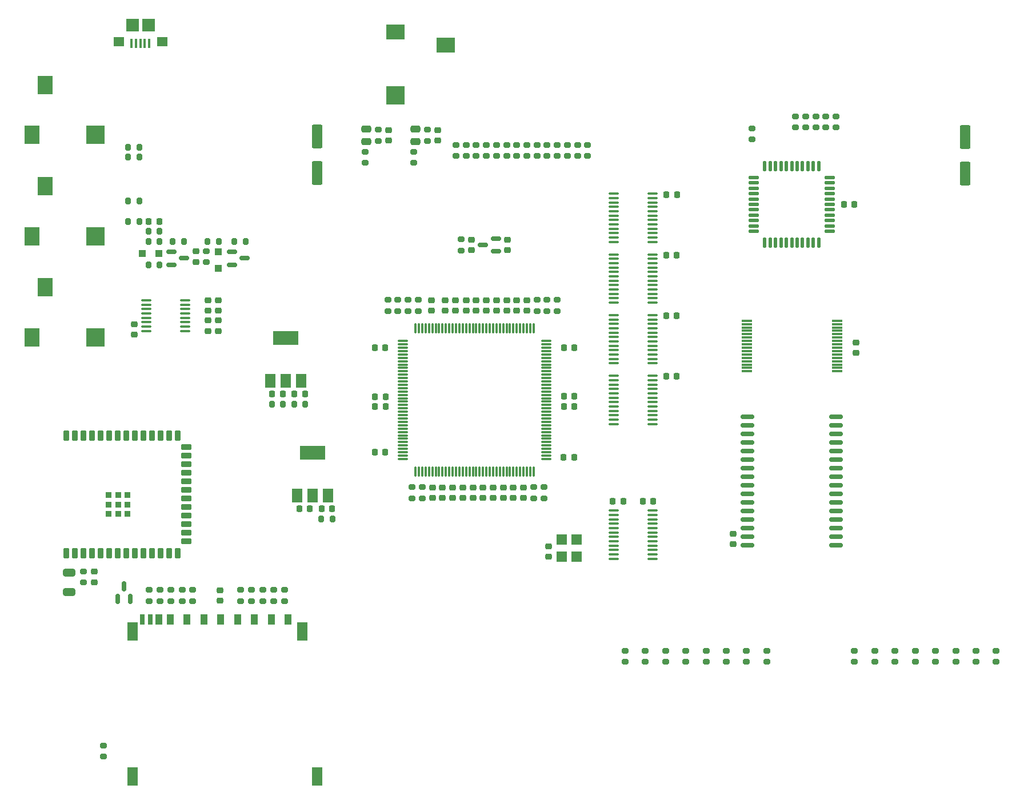
<source format=gtp>
%TF.GenerationSoftware,KiCad,Pcbnew,(7.0.0)*%
%TF.CreationDate,2023-03-16T09:59:11-07:00*%
%TF.ProjectId,aquarius-plus,61717561-7269-4757-932d-706c75732e6b,rev?*%
%TF.SameCoordinates,Original*%
%TF.FileFunction,Paste,Top*%
%TF.FilePolarity,Positive*%
%FSLAX46Y46*%
G04 Gerber Fmt 4.6, Leading zero omitted, Abs format (unit mm)*
G04 Created by KiCad (PCBNEW (7.0.0)) date 2023-03-16 09:59:11*
%MOMM*%
%LPD*%
G01*
G04 APERTURE LIST*
G04 Aperture macros list*
%AMRoundRect*
0 Rectangle with rounded corners*
0 $1 Rounding radius*
0 $2 $3 $4 $5 $6 $7 $8 $9 X,Y pos of 4 corners*
0 Add a 4 corners polygon primitive as box body*
4,1,4,$2,$3,$4,$5,$6,$7,$8,$9,$2,$3,0*
0 Add four circle primitives for the rounded corners*
1,1,$1+$1,$2,$3*
1,1,$1+$1,$4,$5*
1,1,$1+$1,$6,$7*
1,1,$1+$1,$8,$9*
0 Add four rect primitives between the rounded corners*
20,1,$1+$1,$2,$3,$4,$5,0*
20,1,$1+$1,$4,$5,$6,$7,0*
20,1,$1+$1,$6,$7,$8,$9,0*
20,1,$1+$1,$8,$9,$2,$3,0*%
G04 Aperture macros list end*
%ADD10RoundRect,0.200000X0.275000X-0.200000X0.275000X0.200000X-0.275000X0.200000X-0.275000X-0.200000X0*%
%ADD11RoundRect,0.200000X-0.275000X0.200000X-0.275000X-0.200000X0.275000X-0.200000X0.275000X0.200000X0*%
%ADD12RoundRect,0.225000X0.250000X-0.225000X0.250000X0.225000X-0.250000X0.225000X-0.250000X-0.225000X0*%
%ADD13RoundRect,0.100000X0.637500X0.100000X-0.637500X0.100000X-0.637500X-0.100000X0.637500X-0.100000X0*%
%ADD14RoundRect,0.150000X0.875000X0.150000X-0.875000X0.150000X-0.875000X-0.150000X0.875000X-0.150000X0*%
%ADD15RoundRect,0.225000X-0.250000X0.225000X-0.250000X-0.225000X0.250000X-0.225000X0.250000X0.225000X0*%
%ADD16R,1.500000X2.000000*%
%ADD17R,3.800000X2.000000*%
%ADD18RoundRect,0.075000X-0.662500X-0.075000X0.662500X-0.075000X0.662500X0.075000X-0.662500X0.075000X0*%
%ADD19RoundRect,0.075000X-0.075000X-0.662500X0.075000X-0.662500X0.075000X0.662500X-0.075000X0.662500X0*%
%ADD20RoundRect,0.225000X-0.225000X-0.250000X0.225000X-0.250000X0.225000X0.250000X-0.225000X0.250000X0*%
%ADD21RoundRect,0.225000X0.225000X0.250000X-0.225000X0.250000X-0.225000X-0.250000X0.225000X-0.250000X0*%
%ADD22RoundRect,0.250000X0.475000X-0.250000X0.475000X0.250000X-0.475000X0.250000X-0.475000X-0.250000X0*%
%ADD23RoundRect,0.200000X-0.200000X-0.275000X0.200000X-0.275000X0.200000X0.275000X-0.200000X0.275000X0*%
%ADD24RoundRect,0.150000X-0.587500X-0.150000X0.587500X-0.150000X0.587500X0.150000X-0.587500X0.150000X0*%
%ADD25RoundRect,0.150000X0.587500X0.150000X-0.587500X0.150000X-0.587500X-0.150000X0.587500X-0.150000X0*%
%ADD26RoundRect,0.200000X0.200000X0.275000X-0.200000X0.275000X-0.200000X-0.275000X0.200000X-0.275000X0*%
%ADD27R,2.200000X2.800000*%
%ADD28R,2.800000X2.800000*%
%ADD29RoundRect,0.100000X0.100000X0.575000X-0.100000X0.575000X-0.100000X-0.575000X0.100000X-0.575000X0*%
%ADD30R,1.600000X1.400000*%
%ADD31R,1.900000X1.900000*%
%ADD32RoundRect,0.075000X0.712500X0.075000X-0.712500X0.075000X-0.712500X-0.075000X0.712500X-0.075000X0*%
%ADD33R,1.000000X1.500000*%
%ADD34R,0.700000X1.500000*%
%ADD35R,1.500000X2.800000*%
%ADD36RoundRect,0.137500X0.600000X0.137500X-0.600000X0.137500X-0.600000X-0.137500X0.600000X-0.137500X0*%
%ADD37RoundRect,0.137500X0.137500X0.600000X-0.137500X0.600000X-0.137500X-0.600000X0.137500X-0.600000X0*%
%ADD38RoundRect,0.100000X-0.637500X-0.100000X0.637500X-0.100000X0.637500X0.100000X-0.637500X0.100000X0*%
%ADD39RoundRect,0.250000X-0.550000X1.500000X-0.550000X-1.500000X0.550000X-1.500000X0.550000X1.500000X0*%
%ADD40R,1.000000X1.000000*%
%ADD41R,1.500000X1.600000*%
%ADD42RoundRect,0.150000X0.150000X-0.587500X0.150000X0.587500X-0.150000X0.587500X-0.150000X-0.587500X0*%
%ADD43RoundRect,0.250000X-0.650000X0.325000X-0.650000X-0.325000X0.650000X-0.325000X0.650000X0.325000X0*%
%ADD44R,2.800000X2.200000*%
%ADD45RoundRect,0.225000X0.225000X0.525000X-0.225000X0.525000X-0.225000X-0.525000X0.225000X-0.525000X0*%
%ADD46RoundRect,0.225000X-0.525000X0.225000X-0.525000X-0.225000X0.525000X-0.225000X0.525000X0.225000X0*%
%ADD47RoundRect,0.225000X-0.225000X-0.525000X0.225000X-0.525000X0.225000X0.525000X-0.225000X0.525000X0*%
%ADD48RoundRect,0.225000X-0.225000X-0.225000X0.225000X-0.225000X0.225000X0.225000X-0.225000X0.225000X0*%
G04 APERTURE END LIST*
D10*
%TO.C,R76*%
X207300000Y-130825000D03*
X207300000Y-129175000D03*
%TD*%
D11*
%TO.C,R3*%
X183550000Y-49925000D03*
X183550000Y-51575000D03*
%TD*%
D12*
%TO.C,C25*%
X140750000Y-78775000D03*
X140750000Y-77225000D03*
%TD*%
D10*
%TO.C,R51*%
X75016750Y-119065071D03*
X75016750Y-117415071D03*
%TD*%
D13*
%TO.C,U5*%
X90112500Y-81775000D03*
X90112500Y-81125000D03*
X90112500Y-80475000D03*
X90112500Y-79825000D03*
X90112500Y-79175000D03*
X90112500Y-78525000D03*
X90112500Y-77875000D03*
X90112500Y-77225000D03*
X84387500Y-77225000D03*
X84387500Y-77875000D03*
X84387500Y-78525000D03*
X84387500Y-79175000D03*
X84387500Y-79825000D03*
X84387500Y-80475000D03*
X84387500Y-81125000D03*
X84387500Y-81775000D03*
%TD*%
D14*
%TO.C,U12*%
X186550000Y-113525000D03*
X186550000Y-112255000D03*
X186550000Y-110985000D03*
X186550000Y-109715000D03*
X186550000Y-108445000D03*
X186550000Y-107175000D03*
X186550000Y-105905000D03*
X186550000Y-104635000D03*
X186550000Y-103365000D03*
X186550000Y-102095000D03*
X186550000Y-100825000D03*
X186550000Y-99555000D03*
X186550000Y-98285000D03*
X186550000Y-97015000D03*
X186550000Y-95745000D03*
X186550000Y-94475000D03*
X173450000Y-94475000D03*
X173450000Y-95745000D03*
X173450000Y-97015000D03*
X173450000Y-98285000D03*
X173450000Y-99555000D03*
X173450000Y-100825000D03*
X173450000Y-102095000D03*
X173450000Y-103365000D03*
X173450000Y-104635000D03*
X173450000Y-105905000D03*
X173450000Y-107175000D03*
X173450000Y-108445000D03*
X173450000Y-109715000D03*
X173450000Y-110985000D03*
X173450000Y-112255000D03*
X173450000Y-113525000D03*
%TD*%
D11*
%TO.C,R60*%
X103228100Y-120175027D03*
X103228100Y-121825027D03*
%TD*%
D10*
%TO.C,R64*%
X161300000Y-130825000D03*
X161300000Y-129175000D03*
%TD*%
%TO.C,R17*%
X140750000Y-55825000D03*
X140750000Y-54175000D03*
%TD*%
%TO.C,R19*%
X143750000Y-55825000D03*
X143750000Y-54175000D03*
%TD*%
D15*
%TO.C,C47*%
X134250000Y-104975000D03*
X134250000Y-106525000D03*
%TD*%
D10*
%TO.C,R34*%
X131000000Y-69825000D03*
X131000000Y-68175000D03*
%TD*%
%TO.C,R74*%
X201300000Y-130825000D03*
X201300000Y-129175000D03*
%TD*%
D12*
%TO.C,C56*%
X171350000Y-113375000D03*
X171350000Y-111825000D03*
%TD*%
D10*
%TO.C,R65*%
X164300000Y-130825000D03*
X164300000Y-129175000D03*
%TD*%
D12*
%TO.C,C4*%
X127500000Y-53525000D03*
X127500000Y-51975000D03*
%TD*%
D16*
%TO.C,U8*%
X102699999Y-89149999D03*
X104999999Y-89149999D03*
D17*
X104999999Y-82849999D03*
D16*
X107299999Y-89149999D03*
%TD*%
D11*
%TO.C,R59*%
X101600000Y-121825000D03*
X101600000Y-120175000D03*
%TD*%
D15*
%TO.C,C50*%
X138750000Y-104975000D03*
X138750000Y-106525000D03*
%TD*%
D12*
%TO.C,C19*%
X131750000Y-78775000D03*
X131750000Y-77225000D03*
%TD*%
D18*
%TO.C,U9*%
X122337500Y-83250000D03*
X122337500Y-83750000D03*
X122337500Y-84250000D03*
X122337500Y-84750000D03*
X122337500Y-85250000D03*
X122337500Y-85750000D03*
X122337500Y-86250000D03*
X122337500Y-86750000D03*
X122337500Y-87250000D03*
X122337500Y-87750000D03*
X122337500Y-88250000D03*
X122337500Y-88750000D03*
X122337500Y-89250000D03*
X122337500Y-89750000D03*
X122337500Y-90250000D03*
X122337500Y-90750000D03*
X122337500Y-91250000D03*
X122337500Y-91750000D03*
X122337500Y-92250000D03*
X122337500Y-92750000D03*
X122337500Y-93250000D03*
X122337500Y-93750000D03*
X122337500Y-94250000D03*
X122337500Y-94750000D03*
X122337500Y-95250000D03*
X122337500Y-95750000D03*
X122337500Y-96250000D03*
X122337500Y-96750000D03*
X122337500Y-97250000D03*
X122337500Y-97750000D03*
X122337500Y-98250000D03*
X122337500Y-98750000D03*
X122337500Y-99250000D03*
X122337500Y-99750000D03*
X122337500Y-100250000D03*
X122337500Y-100750000D03*
D19*
X124250000Y-102662500D03*
X124750000Y-102662500D03*
X125250000Y-102662500D03*
X125750000Y-102662500D03*
X126250000Y-102662500D03*
X126750000Y-102662500D03*
X127250000Y-102662500D03*
X127750000Y-102662500D03*
X128250000Y-102662500D03*
X128750000Y-102662500D03*
X129250000Y-102662500D03*
X129750000Y-102662500D03*
X130250000Y-102662500D03*
X130750000Y-102662500D03*
X131250000Y-102662500D03*
X131750000Y-102662500D03*
X132250000Y-102662500D03*
X132750000Y-102662500D03*
X133250000Y-102662500D03*
X133750000Y-102662500D03*
X134250000Y-102662500D03*
X134750000Y-102662500D03*
X135250000Y-102662500D03*
X135750000Y-102662500D03*
X136250000Y-102662500D03*
X136750000Y-102662500D03*
X137250000Y-102662500D03*
X137750000Y-102662500D03*
X138250000Y-102662500D03*
X138750000Y-102662500D03*
X139250000Y-102662500D03*
X139750000Y-102662500D03*
X140250000Y-102662500D03*
X140750000Y-102662500D03*
X141250000Y-102662500D03*
X141750000Y-102662500D03*
D18*
X143662500Y-100750000D03*
X143662500Y-100250000D03*
X143662500Y-99750000D03*
X143662500Y-99250000D03*
X143662500Y-98750000D03*
X143662500Y-98250000D03*
X143662500Y-97750000D03*
X143662500Y-97250000D03*
X143662500Y-96750000D03*
X143662500Y-96250000D03*
X143662500Y-95750000D03*
X143662500Y-95250000D03*
X143662500Y-94750000D03*
X143662500Y-94250000D03*
X143662500Y-93750000D03*
X143662500Y-93250000D03*
X143662500Y-92750000D03*
X143662500Y-92250000D03*
X143662500Y-91750000D03*
X143662500Y-91250000D03*
X143662500Y-90750000D03*
X143662500Y-90250000D03*
X143662500Y-89750000D03*
X143662500Y-89250000D03*
X143662500Y-88750000D03*
X143662500Y-88250000D03*
X143662500Y-87750000D03*
X143662500Y-87250000D03*
X143662500Y-86750000D03*
X143662500Y-86250000D03*
X143662500Y-85750000D03*
X143662500Y-85250000D03*
X143662500Y-84750000D03*
X143662500Y-84250000D03*
X143662500Y-83750000D03*
X143662500Y-83250000D03*
D19*
X141750000Y-81337500D03*
X141250000Y-81337500D03*
X140750000Y-81337500D03*
X140250000Y-81337500D03*
X139750000Y-81337500D03*
X139250000Y-81337500D03*
X138750000Y-81337500D03*
X138250000Y-81337500D03*
X137750000Y-81337500D03*
X137250000Y-81337500D03*
X136750000Y-81337500D03*
X136250000Y-81337500D03*
X135750000Y-81337500D03*
X135250000Y-81337500D03*
X134750000Y-81337500D03*
X134250000Y-81337500D03*
X133750000Y-81337500D03*
X133250000Y-81337500D03*
X132750000Y-81337500D03*
X132250000Y-81337500D03*
X131750000Y-81337500D03*
X131250000Y-81337500D03*
X130750000Y-81337500D03*
X130250000Y-81337500D03*
X129750000Y-81337500D03*
X129250000Y-81337500D03*
X128750000Y-81337500D03*
X128250000Y-81337500D03*
X127750000Y-81337500D03*
X127250000Y-81337500D03*
X126750000Y-81337500D03*
X126250000Y-81337500D03*
X125750000Y-81337500D03*
X125250000Y-81337500D03*
X124750000Y-81337500D03*
X124250000Y-81337500D03*
%TD*%
D10*
%TO.C,R12*%
X133250000Y-55825000D03*
X133250000Y-54175000D03*
%TD*%
%TO.C,R46*%
X123750000Y-106575000D03*
X123750000Y-104925000D03*
%TD*%
D20*
%TO.C,C37*%
X146225000Y-91450000D03*
X147775000Y-91450000D03*
%TD*%
D11*
%TO.C,R1*%
X180550000Y-49925000D03*
X180550000Y-51575000D03*
%TD*%
D21*
%TO.C,C54*%
X108575000Y-108150000D03*
X107025000Y-108150000D03*
%TD*%
D10*
%TO.C,R42*%
X143750000Y-78825000D03*
X143750000Y-77175000D03*
%TD*%
D22*
%TO.C,C3*%
X124250000Y-53700000D03*
X124250000Y-51800000D03*
%TD*%
D11*
%TO.C,R5*%
X186550000Y-49925000D03*
X186550000Y-51575000D03*
%TD*%
D23*
%TO.C,R28*%
X81675000Y-65500000D03*
X83325000Y-65500000D03*
%TD*%
D24*
%TO.C,Q2*%
X97062500Y-70050000D03*
X97062500Y-71950000D03*
X98937500Y-71000000D03*
%TD*%
D15*
%TO.C,C10*%
X132500000Y-68225000D03*
X132500000Y-69775000D03*
%TD*%
D25*
%TO.C,U3*%
X136137500Y-69950000D03*
X136137500Y-68050000D03*
X134262500Y-69000000D03*
%TD*%
D10*
%TO.C,R39*%
X123150000Y-78825000D03*
X123150000Y-77175000D03*
%TD*%
D15*
%TO.C,C48*%
X135750000Y-104975000D03*
X135750000Y-106525000D03*
%TD*%
D12*
%TO.C,C18*%
X130150000Y-78775000D03*
X130150000Y-77225000D03*
%TD*%
D10*
%TO.C,R43*%
X145250000Y-78825000D03*
X145250000Y-77175000D03*
%TD*%
%TO.C,R25*%
X116750000Y-56825000D03*
X116750000Y-55175000D03*
%TD*%
D26*
%TO.C,R9*%
X83325000Y-54500000D03*
X81675000Y-54500000D03*
%TD*%
D27*
%TO.C,J6*%
X69399999Y-60299999D03*
X67399999Y-67699999D03*
D28*
X76799999Y-67699999D03*
%TD*%
D23*
%TO.C,R27*%
X81675000Y-62500000D03*
X83325000Y-62500000D03*
%TD*%
D15*
%TO.C,C11*%
X137900000Y-68225000D03*
X137900000Y-69775000D03*
%TD*%
D12*
%TO.C,C60*%
X95300000Y-121775000D03*
X95300000Y-120225000D03*
%TD*%
D21*
%TO.C,C55*%
X111875000Y-108150000D03*
X110325000Y-108150000D03*
%TD*%
D10*
%TO.C,R69*%
X176300000Y-130825000D03*
X176300000Y-129175000D03*
%TD*%
D20*
%TO.C,C26*%
X161425000Y-79550000D03*
X162975000Y-79550000D03*
%TD*%
D10*
%TO.C,R68*%
X173300000Y-130825000D03*
X173300000Y-129175000D03*
%TD*%
D23*
%TO.C,R36*%
X84675000Y-72000000D03*
X86325000Y-72000000D03*
%TD*%
D11*
%TO.C,R52*%
X84796860Y-120169533D03*
X84796860Y-121819533D03*
%TD*%
D21*
%TO.C,C53*%
X159500000Y-107000000D03*
X157950000Y-107000000D03*
%TD*%
D12*
%TO.C,C28*%
X93500000Y-81775000D03*
X93500000Y-80225000D03*
%TD*%
D10*
%TO.C,R37*%
X120150000Y-78825000D03*
X120150000Y-77175000D03*
%TD*%
D15*
%TO.C,C29*%
X95000000Y-80225000D03*
X95000000Y-81775000D03*
%TD*%
D10*
%TO.C,R23*%
X149750000Y-55825000D03*
X149750000Y-54175000D03*
%TD*%
D23*
%TO.C,R50*%
X110275000Y-109650000D03*
X111925000Y-109650000D03*
%TD*%
D10*
%TO.C,R18*%
X142250000Y-55825000D03*
X142250000Y-54175000D03*
%TD*%
D11*
%TO.C,R57*%
X98312279Y-120173519D03*
X98312279Y-121823519D03*
%TD*%
%TO.C,R7*%
X118750000Y-51925000D03*
X118750000Y-53575000D03*
%TD*%
D10*
%TO.C,R11*%
X131750000Y-55825000D03*
X131750000Y-54175000D03*
%TD*%
D15*
%TO.C,C44*%
X129750000Y-104975000D03*
X129750000Y-106525000D03*
%TD*%
%TO.C,C49*%
X137250000Y-104975000D03*
X137250000Y-106525000D03*
%TD*%
D12*
%TO.C,C24*%
X139250000Y-78775000D03*
X139250000Y-77225000D03*
%TD*%
%TO.C,C21*%
X134750000Y-78775000D03*
X134750000Y-77225000D03*
%TD*%
D11*
%TO.C,R35*%
X93250000Y-69925000D03*
X93250000Y-71575000D03*
%TD*%
D10*
%TO.C,R53*%
X86403578Y-121820504D03*
X86403578Y-120170504D03*
%TD*%
D29*
%TO.C,J1*%
X84800000Y-39125000D03*
X84150000Y-39125000D03*
X83500000Y-39125000D03*
X82850000Y-39125000D03*
X82200000Y-39125000D03*
D30*
X86699999Y-38899999D03*
D31*
X84699999Y-36449999D03*
X82299999Y-36449999D03*
D30*
X80299999Y-38899999D03*
%TD*%
D11*
%TO.C,R4*%
X185050000Y-49925000D03*
X185050000Y-51575000D03*
%TD*%
D16*
%TO.C,U11*%
X106699999Y-106149999D03*
X108999999Y-106149999D03*
D17*
X108999999Y-99849999D03*
D16*
X111299999Y-106149999D03*
%TD*%
D10*
%TO.C,R16*%
X139250000Y-55825000D03*
X139250000Y-54175000D03*
%TD*%
D20*
%TO.C,C7*%
X161450000Y-61550000D03*
X163000000Y-61550000D03*
%TD*%
D26*
%TO.C,R29*%
X86325000Y-67000000D03*
X84675000Y-67000000D03*
%TD*%
D15*
%TO.C,C46*%
X132750000Y-104975000D03*
X132750000Y-106525000D03*
%TD*%
D21*
%TO.C,C40*%
X119775000Y-99750000D03*
X118225000Y-99750000D03*
%TD*%
D12*
%TO.C,C32*%
X189500000Y-85025000D03*
X189500000Y-83475000D03*
%TD*%
%TO.C,C22*%
X136250000Y-78775000D03*
X136250000Y-77225000D03*
%TD*%
D27*
%TO.C,J7*%
X69399999Y-75299999D03*
X67399999Y-82699999D03*
D28*
X76799999Y-82699999D03*
%TD*%
D24*
%TO.C,Q1*%
X88062500Y-70050000D03*
X88062500Y-71950000D03*
X89937500Y-71000000D03*
%TD*%
D10*
%TO.C,R20*%
X145250000Y-55825000D03*
X145250000Y-54175000D03*
%TD*%
%TO.C,R21*%
X146750000Y-55825000D03*
X146750000Y-54175000D03*
%TD*%
%TO.C,R62*%
X155300000Y-130825000D03*
X155300000Y-129175000D03*
%TD*%
D11*
%TO.C,R47*%
X125250000Y-104925000D03*
X125250000Y-106575000D03*
%TD*%
%TO.C,R48*%
X141750000Y-104925000D03*
X141750000Y-106575000D03*
%TD*%
D23*
%TO.C,R44*%
X102975000Y-92650000D03*
X104625000Y-92650000D03*
%TD*%
D15*
%TO.C,C58*%
X76650000Y-117475000D03*
X76650000Y-119025000D03*
%TD*%
D32*
%TO.C,U7*%
X186687500Y-87750000D03*
X186687500Y-87250000D03*
X186687500Y-86750000D03*
X186687500Y-86250000D03*
X186687500Y-85750000D03*
X186687500Y-85250000D03*
X186687500Y-84750000D03*
X186687500Y-84250000D03*
X186687500Y-83750000D03*
X186687500Y-83250000D03*
X186687500Y-82750000D03*
X186687500Y-82250000D03*
X186687500Y-81750000D03*
X186687500Y-81250000D03*
X186687500Y-80750000D03*
X186687500Y-80250000D03*
X173312500Y-80250000D03*
X173312500Y-80750000D03*
X173312500Y-81250000D03*
X173312500Y-81750000D03*
X173312500Y-82250000D03*
X173312500Y-82750000D03*
X173312500Y-83250000D03*
X173312500Y-83750000D03*
X173312500Y-84250000D03*
X173312500Y-84750000D03*
X173312500Y-85250000D03*
X173312500Y-85750000D03*
X173312500Y-86250000D03*
X173312500Y-86750000D03*
X173312500Y-87250000D03*
X173312500Y-87750000D03*
%TD*%
D10*
%TO.C,R70*%
X189300000Y-130825000D03*
X189300000Y-129175000D03*
%TD*%
D23*
%TO.C,R30*%
X84675000Y-68500000D03*
X86325000Y-68500000D03*
%TD*%
D11*
%TO.C,R78*%
X78000000Y-143225000D03*
X78000000Y-144875000D03*
%TD*%
D33*
%TO.C,J12*%
X102874999Y-124524999D03*
X100374999Y-124524999D03*
X97874999Y-124524999D03*
X95374999Y-124524999D03*
X92874999Y-124524999D03*
X90374999Y-124524999D03*
X87944999Y-124524999D03*
X86244999Y-124524999D03*
X105374999Y-124524999D03*
D34*
X84944999Y-124524999D03*
X83744999Y-124524999D03*
D35*
X82349999Y-126324999D03*
X82349999Y-147824999D03*
X107449999Y-126324999D03*
X109649999Y-147824999D03*
%TD*%
D10*
%TO.C,R67*%
X170300000Y-130825000D03*
X170300000Y-129175000D03*
%TD*%
D11*
%TO.C,R56*%
X91260746Y-120188594D03*
X91260746Y-121838594D03*
%TD*%
D20*
%TO.C,C8*%
X187725000Y-63000000D03*
X189275000Y-63000000D03*
%TD*%
D11*
%TO.C,R2*%
X182050000Y-49925000D03*
X182050000Y-51575000D03*
%TD*%
D36*
%TO.C,U1*%
X185662500Y-67000000D03*
X185662500Y-66200000D03*
X185662500Y-65400000D03*
X185662500Y-64600000D03*
X185662500Y-63800000D03*
X185662500Y-63000000D03*
X185662500Y-62200000D03*
X185662500Y-61400000D03*
X185662500Y-60600000D03*
X185662500Y-59800000D03*
X185662500Y-59000000D03*
D37*
X184000000Y-57337500D03*
X183200000Y-57337500D03*
X182400000Y-57337500D03*
X181600000Y-57337500D03*
X180800000Y-57337500D03*
X180000000Y-57337500D03*
X179200000Y-57337500D03*
X178400000Y-57337500D03*
X177600000Y-57337500D03*
X176800000Y-57337500D03*
X176000000Y-57337500D03*
D36*
X174337500Y-59000000D03*
X174337500Y-59800000D03*
X174337500Y-60600000D03*
X174337500Y-61400000D03*
X174337500Y-62200000D03*
X174337500Y-63000000D03*
X174337500Y-63800000D03*
X174337500Y-64600000D03*
X174337500Y-65400000D03*
X174337500Y-66200000D03*
X174337500Y-67000000D03*
D37*
X176000000Y-68662500D03*
X176800000Y-68662500D03*
X177600000Y-68662500D03*
X178400000Y-68662500D03*
X179200000Y-68662500D03*
X180000000Y-68662500D03*
X180800000Y-68662500D03*
X181600000Y-68662500D03*
X182400000Y-68662500D03*
X183200000Y-68662500D03*
X184000000Y-68662500D03*
%TD*%
D26*
%TO.C,R32*%
X95075000Y-68500000D03*
X93425000Y-68500000D03*
%TD*%
D38*
%TO.C,U10*%
X159362500Y-88425000D03*
X159362500Y-89075000D03*
X159362500Y-89725000D03*
X159362500Y-90375000D03*
X159362500Y-91025000D03*
X159362500Y-91675000D03*
X159362500Y-92325000D03*
X159362500Y-92975000D03*
X159362500Y-93625000D03*
X159362500Y-94275000D03*
X159362500Y-94925000D03*
X159362500Y-95575000D03*
X153637500Y-95575000D03*
X153637500Y-94925000D03*
X153637500Y-94275000D03*
X153637500Y-93625000D03*
X153637500Y-92975000D03*
X153637500Y-92325000D03*
X153637500Y-91675000D03*
X153637500Y-91025000D03*
X153637500Y-90375000D03*
X153637500Y-89725000D03*
X153637500Y-89075000D03*
X153637500Y-88425000D03*
%TD*%
D10*
%TO.C,R75*%
X204300000Y-130825000D03*
X204300000Y-129175000D03*
%TD*%
D21*
%TO.C,C38*%
X119800000Y-93000000D03*
X118250000Y-93000000D03*
%TD*%
D10*
%TO.C,R26*%
X124000000Y-56825000D03*
X124000000Y-55175000D03*
%TD*%
D38*
%TO.C,U2*%
X153637500Y-61425000D03*
X153637500Y-62075000D03*
X153637500Y-62725000D03*
X153637500Y-63375000D03*
X153637500Y-64025000D03*
X153637500Y-64675000D03*
X153637500Y-65325000D03*
X153637500Y-65975000D03*
X153637500Y-66625000D03*
X153637500Y-67275000D03*
X153637500Y-67925000D03*
X153637500Y-68575000D03*
X159362500Y-68575000D03*
X159362500Y-67925000D03*
X159362500Y-67275000D03*
X159362500Y-66625000D03*
X159362500Y-65975000D03*
X159362500Y-65325000D03*
X159362500Y-64675000D03*
X159362500Y-64025000D03*
X159362500Y-63375000D03*
X159362500Y-62725000D03*
X159362500Y-62075000D03*
X159362500Y-61425000D03*
%TD*%
D10*
%TO.C,R72*%
X195300000Y-130825000D03*
X195300000Y-129175000D03*
%TD*%
%TO.C,R71*%
X192300000Y-130825000D03*
X192300000Y-129175000D03*
%TD*%
D11*
%TO.C,R58*%
X99956429Y-120173492D03*
X99956429Y-121823492D03*
%TD*%
D10*
%TO.C,R15*%
X137750000Y-55825000D03*
X137750000Y-54175000D03*
%TD*%
%TO.C,R13*%
X134750000Y-55825000D03*
X134750000Y-54175000D03*
%TD*%
D12*
%TO.C,C14*%
X93500000Y-78775000D03*
X93500000Y-77225000D03*
%TD*%
D11*
%TO.C,R8*%
X126000000Y-51925000D03*
X126000000Y-53575000D03*
%TD*%
D20*
%TO.C,C9*%
X84725000Y-65500000D03*
X86275000Y-65500000D03*
%TD*%
D26*
%TO.C,R24*%
X83325000Y-56000000D03*
X81675000Y-56000000D03*
%TD*%
D21*
%TO.C,C36*%
X119800000Y-91500000D03*
X118250000Y-91500000D03*
%TD*%
D20*
%TO.C,C33*%
X161425000Y-88500000D03*
X162975000Y-88500000D03*
%TD*%
D39*
%TO.C,C5*%
X109680263Y-52939692D03*
X109680263Y-58339692D03*
%TD*%
D15*
%TO.C,C42*%
X126750000Y-104975000D03*
X126750000Y-106525000D03*
%TD*%
D12*
%TO.C,C27*%
X82600000Y-82325000D03*
X82600000Y-80775000D03*
%TD*%
D10*
%TO.C,R49*%
X143250000Y-106575000D03*
X143250000Y-104925000D03*
%TD*%
D12*
%TO.C,C2*%
X120250000Y-53525000D03*
X120250000Y-51975000D03*
%TD*%
D40*
%TO.C,D2*%
X94999999Y-69999999D03*
X94999999Y-72499999D03*
%TD*%
D41*
%TO.C,X1*%
X148099999Y-115269999D03*
X148099999Y-112729999D03*
X145899999Y-112729999D03*
X145899999Y-115269999D03*
%TD*%
D10*
%TO.C,R40*%
X124650000Y-78825000D03*
X124650000Y-77175000D03*
%TD*%
D42*
%TO.C,Q3*%
X80120460Y-121533326D03*
X82020460Y-121533326D03*
X81070460Y-119658326D03*
%TD*%
D12*
%TO.C,C12*%
X91750000Y-71525000D03*
X91750000Y-69975000D03*
%TD*%
D10*
%TO.C,R41*%
X142250000Y-78825000D03*
X142250000Y-77175000D03*
%TD*%
D38*
%TO.C,U6*%
X153637500Y-79425000D03*
X153637500Y-80075000D03*
X153637500Y-80725000D03*
X153637500Y-81375000D03*
X153637500Y-82025000D03*
X153637500Y-82675000D03*
X153637500Y-83325000D03*
X153637500Y-83975000D03*
X153637500Y-84625000D03*
X153637500Y-85275000D03*
X153637500Y-85925000D03*
X153637500Y-86575000D03*
X159362500Y-86575000D03*
X159362500Y-85925000D03*
X159362500Y-85275000D03*
X159362500Y-84625000D03*
X159362500Y-83975000D03*
X159362500Y-83325000D03*
X159362500Y-82675000D03*
X159362500Y-82025000D03*
X159362500Y-81375000D03*
X159362500Y-80725000D03*
X159362500Y-80075000D03*
X159362500Y-79425000D03*
%TD*%
D20*
%TO.C,C52*%
X153475000Y-107000000D03*
X155025000Y-107000000D03*
%TD*%
D43*
%TO.C,C59*%
X72940922Y-117580362D03*
X72940922Y-120530362D03*
%TD*%
D15*
%TO.C,C15*%
X95000000Y-77225000D03*
X95000000Y-78775000D03*
%TD*%
D44*
%TO.C,J3*%
X128699999Y-39399999D03*
X121299999Y-37399999D03*
D28*
X121299999Y-46799999D03*
%TD*%
D12*
%TO.C,C20*%
X133250000Y-78775000D03*
X133250000Y-77225000D03*
%TD*%
%TO.C,C17*%
X128650000Y-78775000D03*
X128650000Y-77225000D03*
%TD*%
D11*
%TO.C,R55*%
X89654818Y-120175053D03*
X89654818Y-121825053D03*
%TD*%
D12*
%TO.C,C57*%
X144000000Y-115275000D03*
X144000000Y-113725000D03*
%TD*%
D21*
%TO.C,C35*%
X107875000Y-91150000D03*
X106325000Y-91150000D03*
%TD*%
D12*
%TO.C,C23*%
X137750000Y-78775000D03*
X137750000Y-77225000D03*
%TD*%
D26*
%TO.C,R33*%
X99075000Y-68500000D03*
X97425000Y-68500000D03*
%TD*%
D23*
%TO.C,R45*%
X106275000Y-92650000D03*
X107925000Y-92650000D03*
%TD*%
D10*
%TO.C,R10*%
X130250000Y-55825000D03*
X130250000Y-54175000D03*
%TD*%
D12*
%TO.C,C16*%
X126650000Y-78775000D03*
X126650000Y-77225000D03*
%TD*%
D10*
%TO.C,R22*%
X148250000Y-55825000D03*
X148250000Y-54175000D03*
%TD*%
D45*
%TO.C,U13*%
X72490000Y-114750000D03*
X73760000Y-114750000D03*
X75030000Y-114750000D03*
X76300000Y-114750000D03*
X77570000Y-114750000D03*
X78840000Y-114750000D03*
X80110000Y-114750000D03*
X81380000Y-114750000D03*
X82650000Y-114750000D03*
X83920000Y-114750000D03*
X85190000Y-114750000D03*
X86460000Y-114750000D03*
X87730000Y-114750000D03*
X89000000Y-114750000D03*
D46*
X90250000Y-112985000D03*
X90250000Y-111715000D03*
X90250000Y-110445000D03*
X90250000Y-109175000D03*
X90250000Y-107905000D03*
X90250000Y-106635000D03*
X90250000Y-105365000D03*
X90250000Y-104095000D03*
X90250000Y-102825000D03*
X90250000Y-101555000D03*
X90250000Y-100285000D03*
X90250000Y-99015000D03*
D47*
X89000000Y-97250000D03*
X87730000Y-97250000D03*
X86460000Y-97250000D03*
X85190000Y-97250000D03*
X83920000Y-97250000D03*
X82650000Y-97250000D03*
X81380000Y-97250000D03*
X80110000Y-97250000D03*
X78840000Y-97250000D03*
X77570000Y-97250000D03*
X76300000Y-97250000D03*
X75030000Y-97250000D03*
X73760000Y-97250000D03*
X72490000Y-97250000D03*
D48*
X78810000Y-108900000D03*
X80210000Y-108900000D03*
X81610000Y-108900000D03*
X78810000Y-107500000D03*
X80210000Y-107500000D03*
X81610000Y-107500000D03*
X78810000Y-106100000D03*
X80210000Y-106100000D03*
X81610000Y-106100000D03*
%TD*%
D10*
%TO.C,R66*%
X167300000Y-130825000D03*
X167300000Y-129175000D03*
%TD*%
D21*
%TO.C,C34*%
X104575000Y-91150000D03*
X103025000Y-91150000D03*
%TD*%
%TO.C,C30*%
X119775000Y-84250000D03*
X118225000Y-84250000D03*
%TD*%
D11*
%TO.C,R38*%
X121650000Y-77175000D03*
X121650000Y-78825000D03*
%TD*%
D20*
%TO.C,C41*%
X146210054Y-100525384D03*
X147760054Y-100525384D03*
%TD*%
D11*
%TO.C,R6*%
X174150000Y-51725000D03*
X174150000Y-53375000D03*
%TD*%
D38*
%TO.C,U14*%
X153634781Y-108406457D03*
X153634781Y-109056457D03*
X153634781Y-109706457D03*
X153634781Y-110356457D03*
X153634781Y-111006457D03*
X153634781Y-111656457D03*
X153634781Y-112306457D03*
X153634781Y-112956457D03*
X153634781Y-113606457D03*
X153634781Y-114256457D03*
X153634781Y-114906457D03*
X153634781Y-115556457D03*
X159359781Y-115556457D03*
X159359781Y-114906457D03*
X159359781Y-114256457D03*
X159359781Y-113606457D03*
X159359781Y-112956457D03*
X159359781Y-112306457D03*
X159359781Y-111656457D03*
X159359781Y-111006457D03*
X159359781Y-110356457D03*
X159359781Y-109706457D03*
X159359781Y-109056457D03*
X159359781Y-108406457D03*
%TD*%
D10*
%TO.C,R63*%
X158300000Y-130825000D03*
X158300000Y-129175000D03*
%TD*%
D15*
%TO.C,C43*%
X128250000Y-104975000D03*
X128250000Y-106525000D03*
%TD*%
D20*
%TO.C,C13*%
X161425000Y-70500000D03*
X162975000Y-70500000D03*
%TD*%
D27*
%TO.C,J5*%
X69399999Y-45299999D03*
X67399999Y-52699999D03*
D28*
X76799999Y-52699999D03*
%TD*%
D22*
%TO.C,C1*%
X117000000Y-53700000D03*
X117000000Y-51800000D03*
%TD*%
D10*
%TO.C,R61*%
X104842634Y-121825027D03*
X104842634Y-120175027D03*
%TD*%
%TO.C,R77*%
X210300000Y-130825000D03*
X210300000Y-129175000D03*
%TD*%
%TO.C,R73*%
X198300000Y-130825000D03*
X198300000Y-129175000D03*
%TD*%
D11*
%TO.C,R54*%
X88021163Y-120170504D03*
X88021163Y-121820504D03*
%TD*%
D26*
%TO.C,R31*%
X89925000Y-68500000D03*
X88275000Y-68500000D03*
%TD*%
D20*
%TO.C,C31*%
X146225000Y-84250000D03*
X147775000Y-84250000D03*
%TD*%
D39*
%TO.C,C6*%
X205694209Y-53022727D03*
X205694209Y-58422727D03*
%TD*%
D10*
%TO.C,R14*%
X136250000Y-55825000D03*
X136250000Y-54175000D03*
%TD*%
D38*
%TO.C,U4*%
X153637500Y-70425000D03*
X153637500Y-71075000D03*
X153637500Y-71725000D03*
X153637500Y-72375000D03*
X153637500Y-73025000D03*
X153637500Y-73675000D03*
X153637500Y-74325000D03*
X153637500Y-74975000D03*
X153637500Y-75625000D03*
X153637500Y-76275000D03*
X153637500Y-76925000D03*
X153637500Y-77575000D03*
X159362500Y-77575000D03*
X159362500Y-76925000D03*
X159362500Y-76275000D03*
X159362500Y-75625000D03*
X159362500Y-74975000D03*
X159362500Y-74325000D03*
X159362500Y-73675000D03*
X159362500Y-73025000D03*
X159362500Y-72375000D03*
X159362500Y-71725000D03*
X159362500Y-71075000D03*
X159362500Y-70425000D03*
%TD*%
D15*
%TO.C,C51*%
X140250000Y-104975000D03*
X140250000Y-106525000D03*
%TD*%
D20*
%TO.C,C39*%
X146225000Y-92950000D03*
X147775000Y-92950000D03*
%TD*%
D15*
%TO.C,C45*%
X131250000Y-104975000D03*
X131250000Y-106525000D03*
%TD*%
D40*
%TO.C,D1*%
X86249999Y-70249999D03*
X83749999Y-70249999D03*
%TD*%
M02*

</source>
